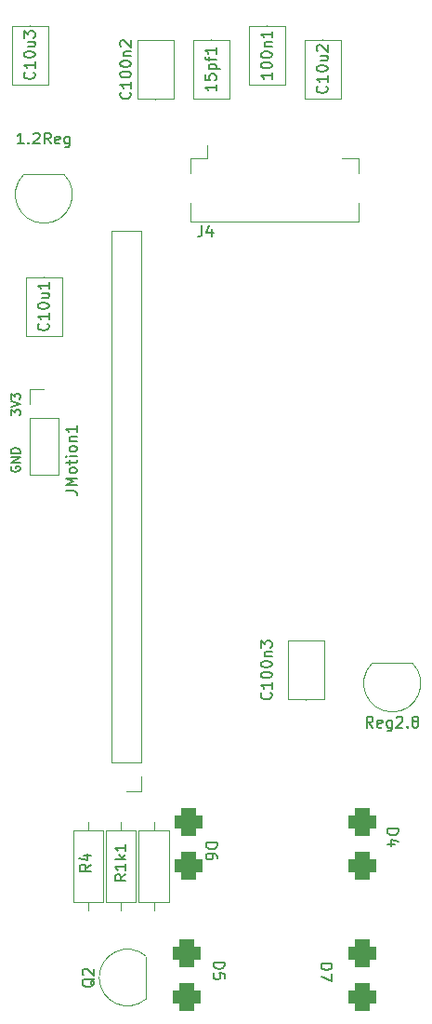
<source format=gto>
G04 #@! TF.GenerationSoftware,KiCad,Pcbnew,(6.0.7)*
G04 #@! TF.CreationDate,2022-11-05T23:49:30+01:00*
G04 #@! TF.ProjectId,vogelhuisje_camera_board,766f6765-6c68-4756-9973-6a655f63616d,rev?*
G04 #@! TF.SameCoordinates,Original*
G04 #@! TF.FileFunction,Legend,Top*
G04 #@! TF.FilePolarity,Positive*
%FSLAX46Y46*%
G04 Gerber Fmt 4.6, Leading zero omitted, Abs format (unit mm)*
G04 Created by KiCad (PCBNEW (6.0.7)) date 2022-11-05 23:49:30*
%MOMM*%
%LPD*%
G01*
G04 APERTURE LIST*
G04 Aperture macros list*
%AMRoundRect*
0 Rectangle with rounded corners*
0 $1 Rounding radius*
0 $2 $3 $4 $5 $6 $7 $8 $9 X,Y pos of 4 corners*
0 Add a 4 corners polygon primitive as box body*
4,1,4,$2,$3,$4,$5,$6,$7,$8,$9,$2,$3,0*
0 Add four circle primitives for the rounded corners*
1,1,$1+$1,$2,$3*
1,1,$1+$1,$4,$5*
1,1,$1+$1,$6,$7*
1,1,$1+$1,$8,$9*
0 Add four rect primitives between the rounded corners*
20,1,$1+$1,$2,$3,$4,$5,0*
20,1,$1+$1,$4,$5,$6,$7,0*
20,1,$1+$1,$6,$7,$8,$9,0*
20,1,$1+$1,$8,$9,$2,$3,0*%
G04 Aperture macros list end*
%ADD10C,0.152400*%
%ADD11C,0.150000*%
%ADD12C,0.120000*%
%ADD13C,1.600000*%
%ADD14O,1.600000X1.600000*%
%ADD15R,1.300000X1.300000*%
%ADD16C,1.300000*%
%ADD17R,1.700000X1.700000*%
%ADD18O,1.700000X1.700000*%
%ADD19RoundRect,0.625000X0.675000X0.625000X-0.675000X0.625000X-0.675000X-0.625000X0.675000X-0.625000X0*%
%ADD20R,1.500000X1.050000*%
%ADD21O,1.500000X1.050000*%
%ADD22R,1.800000X2.200000*%
%ADD23R,0.300000X1.300000*%
G04 APERTURE END LIST*
D10*
X91033600Y-99679276D02*
X90994895Y-99756685D01*
X90994895Y-99872800D01*
X91033600Y-99988914D01*
X91111009Y-100066323D01*
X91188419Y-100105028D01*
X91343238Y-100143733D01*
X91459352Y-100143733D01*
X91614171Y-100105028D01*
X91691580Y-100066323D01*
X91768990Y-99988914D01*
X91807695Y-99872800D01*
X91807695Y-99795390D01*
X91768990Y-99679276D01*
X91730285Y-99640571D01*
X91459352Y-99640571D01*
X91459352Y-99795390D01*
X91807695Y-99292228D02*
X90994895Y-99292228D01*
X91807695Y-98827771D01*
X90994895Y-98827771D01*
X91807695Y-98440723D02*
X90994895Y-98440723D01*
X90994895Y-98247200D01*
X91033600Y-98131085D01*
X91111009Y-98053676D01*
X91188419Y-98014971D01*
X91343238Y-97976266D01*
X91459352Y-97976266D01*
X91614171Y-98014971D01*
X91691580Y-98053676D01*
X91768990Y-98131085D01*
X91807695Y-98247200D01*
X91807695Y-98440723D01*
X90994895Y-94986323D02*
X90994895Y-94483161D01*
X91304533Y-94754095D01*
X91304533Y-94637980D01*
X91343238Y-94560571D01*
X91381942Y-94521866D01*
X91459352Y-94483161D01*
X91652876Y-94483161D01*
X91730285Y-94521866D01*
X91768990Y-94560571D01*
X91807695Y-94637980D01*
X91807695Y-94870209D01*
X91768990Y-94947619D01*
X91730285Y-94986323D01*
X90994895Y-94250933D02*
X91807695Y-93980000D01*
X90994895Y-93709066D01*
X90994895Y-93515542D02*
X90994895Y-93012380D01*
X91304533Y-93283314D01*
X91304533Y-93167200D01*
X91343238Y-93089790D01*
X91381942Y-93051085D01*
X91459352Y-93012380D01*
X91652876Y-93012380D01*
X91730285Y-93051085D01*
X91768990Y-93089790D01*
X91807695Y-93167200D01*
X91807695Y-93399428D01*
X91768990Y-93476838D01*
X91730285Y-93515542D01*
D11*
X114657142Y-120217619D02*
X114704761Y-120265238D01*
X114752380Y-120408095D01*
X114752380Y-120503333D01*
X114704761Y-120646190D01*
X114609523Y-120741428D01*
X114514285Y-120789047D01*
X114323809Y-120836666D01*
X114180952Y-120836666D01*
X113990476Y-120789047D01*
X113895238Y-120741428D01*
X113800000Y-120646190D01*
X113752380Y-120503333D01*
X113752380Y-120408095D01*
X113800000Y-120265238D01*
X113847619Y-120217619D01*
X114752380Y-119265238D02*
X114752380Y-119836666D01*
X114752380Y-119550952D02*
X113752380Y-119550952D01*
X113895238Y-119646190D01*
X113990476Y-119741428D01*
X114038095Y-119836666D01*
X113752380Y-118646190D02*
X113752380Y-118550952D01*
X113800000Y-118455714D01*
X113847619Y-118408095D01*
X113942857Y-118360476D01*
X114133333Y-118312857D01*
X114371428Y-118312857D01*
X114561904Y-118360476D01*
X114657142Y-118408095D01*
X114704761Y-118455714D01*
X114752380Y-118550952D01*
X114752380Y-118646190D01*
X114704761Y-118741428D01*
X114657142Y-118789047D01*
X114561904Y-118836666D01*
X114371428Y-118884285D01*
X114133333Y-118884285D01*
X113942857Y-118836666D01*
X113847619Y-118789047D01*
X113800000Y-118741428D01*
X113752380Y-118646190D01*
X113752380Y-117693809D02*
X113752380Y-117598571D01*
X113800000Y-117503333D01*
X113847619Y-117455714D01*
X113942857Y-117408095D01*
X114133333Y-117360476D01*
X114371428Y-117360476D01*
X114561904Y-117408095D01*
X114657142Y-117455714D01*
X114704761Y-117503333D01*
X114752380Y-117598571D01*
X114752380Y-117693809D01*
X114704761Y-117789047D01*
X114657142Y-117836666D01*
X114561904Y-117884285D01*
X114371428Y-117931904D01*
X114133333Y-117931904D01*
X113942857Y-117884285D01*
X113847619Y-117836666D01*
X113800000Y-117789047D01*
X113752380Y-117693809D01*
X114085714Y-116931904D02*
X114752380Y-116931904D01*
X114180952Y-116931904D02*
X114133333Y-116884285D01*
X114085714Y-116789047D01*
X114085714Y-116646190D01*
X114133333Y-116550952D01*
X114228571Y-116503333D01*
X114752380Y-116503333D01*
X113752380Y-116122380D02*
X113752380Y-115503333D01*
X114133333Y-115836666D01*
X114133333Y-115693809D01*
X114180952Y-115598571D01*
X114228571Y-115550952D01*
X114323809Y-115503333D01*
X114561904Y-115503333D01*
X114657142Y-115550952D01*
X114704761Y-115598571D01*
X114752380Y-115693809D01*
X114752380Y-115979523D01*
X114704761Y-116074761D01*
X114657142Y-116122380D01*
X101827142Y-65607619D02*
X101874761Y-65655238D01*
X101922380Y-65798095D01*
X101922380Y-65893333D01*
X101874761Y-66036190D01*
X101779523Y-66131428D01*
X101684285Y-66179047D01*
X101493809Y-66226666D01*
X101350952Y-66226666D01*
X101160476Y-66179047D01*
X101065238Y-66131428D01*
X100970000Y-66036190D01*
X100922380Y-65893333D01*
X100922380Y-65798095D01*
X100970000Y-65655238D01*
X101017619Y-65607619D01*
X101922380Y-64655238D02*
X101922380Y-65226666D01*
X101922380Y-64940952D02*
X100922380Y-64940952D01*
X101065238Y-65036190D01*
X101160476Y-65131428D01*
X101208095Y-65226666D01*
X100922380Y-64036190D02*
X100922380Y-63940952D01*
X100970000Y-63845714D01*
X101017619Y-63798095D01*
X101112857Y-63750476D01*
X101303333Y-63702857D01*
X101541428Y-63702857D01*
X101731904Y-63750476D01*
X101827142Y-63798095D01*
X101874761Y-63845714D01*
X101922380Y-63940952D01*
X101922380Y-64036190D01*
X101874761Y-64131428D01*
X101827142Y-64179047D01*
X101731904Y-64226666D01*
X101541428Y-64274285D01*
X101303333Y-64274285D01*
X101112857Y-64226666D01*
X101017619Y-64179047D01*
X100970000Y-64131428D01*
X100922380Y-64036190D01*
X100922380Y-63083809D02*
X100922380Y-62988571D01*
X100970000Y-62893333D01*
X101017619Y-62845714D01*
X101112857Y-62798095D01*
X101303333Y-62750476D01*
X101541428Y-62750476D01*
X101731904Y-62798095D01*
X101827142Y-62845714D01*
X101874761Y-62893333D01*
X101922380Y-62988571D01*
X101922380Y-63083809D01*
X101874761Y-63179047D01*
X101827142Y-63226666D01*
X101731904Y-63274285D01*
X101541428Y-63321904D01*
X101303333Y-63321904D01*
X101112857Y-63274285D01*
X101017619Y-63226666D01*
X100970000Y-63179047D01*
X100922380Y-63083809D01*
X101255714Y-62321904D02*
X101922380Y-62321904D01*
X101350952Y-62321904D02*
X101303333Y-62274285D01*
X101255714Y-62179047D01*
X101255714Y-62036190D01*
X101303333Y-61940952D01*
X101398571Y-61893333D01*
X101922380Y-61893333D01*
X101017619Y-61464761D02*
X100970000Y-61417142D01*
X100922380Y-61321904D01*
X100922380Y-61083809D01*
X100970000Y-60988571D01*
X101017619Y-60940952D01*
X101112857Y-60893333D01*
X101208095Y-60893333D01*
X101350952Y-60940952D01*
X101922380Y-61512380D01*
X101922380Y-60893333D01*
X93067142Y-63801428D02*
X93114761Y-63849047D01*
X93162380Y-63991904D01*
X93162380Y-64087142D01*
X93114761Y-64230000D01*
X93019523Y-64325238D01*
X92924285Y-64372857D01*
X92733809Y-64420476D01*
X92590952Y-64420476D01*
X92400476Y-64372857D01*
X92305238Y-64325238D01*
X92210000Y-64230000D01*
X92162380Y-64087142D01*
X92162380Y-63991904D01*
X92210000Y-63849047D01*
X92257619Y-63801428D01*
X93162380Y-62849047D02*
X93162380Y-63420476D01*
X93162380Y-63134761D02*
X92162380Y-63134761D01*
X92305238Y-63230000D01*
X92400476Y-63325238D01*
X92448095Y-63420476D01*
X92162380Y-62230000D02*
X92162380Y-62134761D01*
X92210000Y-62039523D01*
X92257619Y-61991904D01*
X92352857Y-61944285D01*
X92543333Y-61896666D01*
X92781428Y-61896666D01*
X92971904Y-61944285D01*
X93067142Y-61991904D01*
X93114761Y-62039523D01*
X93162380Y-62134761D01*
X93162380Y-62230000D01*
X93114761Y-62325238D01*
X93067142Y-62372857D01*
X92971904Y-62420476D01*
X92781428Y-62468095D01*
X92543333Y-62468095D01*
X92352857Y-62420476D01*
X92257619Y-62372857D01*
X92210000Y-62325238D01*
X92162380Y-62230000D01*
X92495714Y-61039523D02*
X93162380Y-61039523D01*
X92495714Y-61468095D02*
X93019523Y-61468095D01*
X93114761Y-61420476D01*
X93162380Y-61325238D01*
X93162380Y-61182380D01*
X93114761Y-61087142D01*
X93067142Y-61039523D01*
X92162380Y-60658571D02*
X92162380Y-60039523D01*
X92543333Y-60372857D01*
X92543333Y-60230000D01*
X92590952Y-60134761D01*
X92638571Y-60087142D01*
X92733809Y-60039523D01*
X92971904Y-60039523D01*
X93067142Y-60087142D01*
X93114761Y-60134761D01*
X93162380Y-60230000D01*
X93162380Y-60515714D01*
X93114761Y-60610952D01*
X93067142Y-60658571D01*
X119737142Y-65071428D02*
X119784761Y-65119047D01*
X119832380Y-65261904D01*
X119832380Y-65357142D01*
X119784761Y-65500000D01*
X119689523Y-65595238D01*
X119594285Y-65642857D01*
X119403809Y-65690476D01*
X119260952Y-65690476D01*
X119070476Y-65642857D01*
X118975238Y-65595238D01*
X118880000Y-65500000D01*
X118832380Y-65357142D01*
X118832380Y-65261904D01*
X118880000Y-65119047D01*
X118927619Y-65071428D01*
X119832380Y-64119047D02*
X119832380Y-64690476D01*
X119832380Y-64404761D02*
X118832380Y-64404761D01*
X118975238Y-64500000D01*
X119070476Y-64595238D01*
X119118095Y-64690476D01*
X118832380Y-63500000D02*
X118832380Y-63404761D01*
X118880000Y-63309523D01*
X118927619Y-63261904D01*
X119022857Y-63214285D01*
X119213333Y-63166666D01*
X119451428Y-63166666D01*
X119641904Y-63214285D01*
X119737142Y-63261904D01*
X119784761Y-63309523D01*
X119832380Y-63404761D01*
X119832380Y-63500000D01*
X119784761Y-63595238D01*
X119737142Y-63642857D01*
X119641904Y-63690476D01*
X119451428Y-63738095D01*
X119213333Y-63738095D01*
X119022857Y-63690476D01*
X118927619Y-63642857D01*
X118880000Y-63595238D01*
X118832380Y-63500000D01*
X119165714Y-62309523D02*
X119832380Y-62309523D01*
X119165714Y-62738095D02*
X119689523Y-62738095D01*
X119784761Y-62690476D01*
X119832380Y-62595238D01*
X119832380Y-62452380D01*
X119784761Y-62357142D01*
X119737142Y-62309523D01*
X118927619Y-61880952D02*
X118880000Y-61833333D01*
X118832380Y-61738095D01*
X118832380Y-61500000D01*
X118880000Y-61404761D01*
X118927619Y-61357142D01*
X119022857Y-61309523D01*
X119118095Y-61309523D01*
X119260952Y-61357142D01*
X119832380Y-61928571D01*
X119832380Y-61309523D01*
X94337142Y-86661428D02*
X94384761Y-86709047D01*
X94432380Y-86851904D01*
X94432380Y-86947142D01*
X94384761Y-87090000D01*
X94289523Y-87185238D01*
X94194285Y-87232857D01*
X94003809Y-87280476D01*
X93860952Y-87280476D01*
X93670476Y-87232857D01*
X93575238Y-87185238D01*
X93480000Y-87090000D01*
X93432380Y-86947142D01*
X93432380Y-86851904D01*
X93480000Y-86709047D01*
X93527619Y-86661428D01*
X94432380Y-85709047D02*
X94432380Y-86280476D01*
X94432380Y-85994761D02*
X93432380Y-85994761D01*
X93575238Y-86090000D01*
X93670476Y-86185238D01*
X93718095Y-86280476D01*
X93432380Y-85090000D02*
X93432380Y-84994761D01*
X93480000Y-84899523D01*
X93527619Y-84851904D01*
X93622857Y-84804285D01*
X93813333Y-84756666D01*
X94051428Y-84756666D01*
X94241904Y-84804285D01*
X94337142Y-84851904D01*
X94384761Y-84899523D01*
X94432380Y-84994761D01*
X94432380Y-85090000D01*
X94384761Y-85185238D01*
X94337142Y-85232857D01*
X94241904Y-85280476D01*
X94051428Y-85328095D01*
X93813333Y-85328095D01*
X93622857Y-85280476D01*
X93527619Y-85232857D01*
X93480000Y-85185238D01*
X93432380Y-85090000D01*
X93765714Y-83899523D02*
X94432380Y-83899523D01*
X93765714Y-84328095D02*
X94289523Y-84328095D01*
X94384761Y-84280476D01*
X94432380Y-84185238D01*
X94432380Y-84042380D01*
X94384761Y-83947142D01*
X94337142Y-83899523D01*
X94432380Y-82899523D02*
X94432380Y-83470952D01*
X94432380Y-83185238D02*
X93432380Y-83185238D01*
X93575238Y-83280476D01*
X93670476Y-83375714D01*
X93718095Y-83470952D01*
X114752380Y-63825238D02*
X114752380Y-64396666D01*
X114752380Y-64110952D02*
X113752380Y-64110952D01*
X113895238Y-64206190D01*
X113990476Y-64301428D01*
X114038095Y-64396666D01*
X113752380Y-63206190D02*
X113752380Y-63110952D01*
X113800000Y-63015714D01*
X113847619Y-62968095D01*
X113942857Y-62920476D01*
X114133333Y-62872857D01*
X114371428Y-62872857D01*
X114561904Y-62920476D01*
X114657142Y-62968095D01*
X114704761Y-63015714D01*
X114752380Y-63110952D01*
X114752380Y-63206190D01*
X114704761Y-63301428D01*
X114657142Y-63349047D01*
X114561904Y-63396666D01*
X114371428Y-63444285D01*
X114133333Y-63444285D01*
X113942857Y-63396666D01*
X113847619Y-63349047D01*
X113800000Y-63301428D01*
X113752380Y-63206190D01*
X113752380Y-62253809D02*
X113752380Y-62158571D01*
X113800000Y-62063333D01*
X113847619Y-62015714D01*
X113942857Y-61968095D01*
X114133333Y-61920476D01*
X114371428Y-61920476D01*
X114561904Y-61968095D01*
X114657142Y-62015714D01*
X114704761Y-62063333D01*
X114752380Y-62158571D01*
X114752380Y-62253809D01*
X114704761Y-62349047D01*
X114657142Y-62396666D01*
X114561904Y-62444285D01*
X114371428Y-62491904D01*
X114133333Y-62491904D01*
X113942857Y-62444285D01*
X113847619Y-62396666D01*
X113800000Y-62349047D01*
X113752380Y-62253809D01*
X114085714Y-61491904D02*
X114752380Y-61491904D01*
X114180952Y-61491904D02*
X114133333Y-61444285D01*
X114085714Y-61349047D01*
X114085714Y-61206190D01*
X114133333Y-61110952D01*
X114228571Y-61063333D01*
X114752380Y-61063333D01*
X114752380Y-60063333D02*
X114752380Y-60634761D01*
X114752380Y-60349047D02*
X113752380Y-60349047D01*
X113895238Y-60444285D01*
X113990476Y-60539523D01*
X114038095Y-60634761D01*
X109672380Y-64904761D02*
X109672380Y-65476190D01*
X109672380Y-65190476D02*
X108672380Y-65190476D01*
X108815238Y-65285714D01*
X108910476Y-65380952D01*
X108958095Y-65476190D01*
X108672380Y-64000000D02*
X108672380Y-64476190D01*
X109148571Y-64523809D01*
X109100952Y-64476190D01*
X109053333Y-64380952D01*
X109053333Y-64142857D01*
X109100952Y-64047619D01*
X109148571Y-64000000D01*
X109243809Y-63952380D01*
X109481904Y-63952380D01*
X109577142Y-64000000D01*
X109624761Y-64047619D01*
X109672380Y-64142857D01*
X109672380Y-64380952D01*
X109624761Y-64476190D01*
X109577142Y-64523809D01*
X109005714Y-63523809D02*
X110005714Y-63523809D01*
X109053333Y-63523809D02*
X109005714Y-63428571D01*
X109005714Y-63238095D01*
X109053333Y-63142857D01*
X109100952Y-63095238D01*
X109196190Y-63047619D01*
X109481904Y-63047619D01*
X109577142Y-63095238D01*
X109624761Y-63142857D01*
X109672380Y-63238095D01*
X109672380Y-63428571D01*
X109624761Y-63523809D01*
X109005714Y-62761904D02*
X109005714Y-62380952D01*
X109672380Y-62619047D02*
X108815238Y-62619047D01*
X108720000Y-62571428D01*
X108672380Y-62476190D01*
X108672380Y-62380952D01*
X109672380Y-61523809D02*
X109672380Y-62095238D01*
X109672380Y-61809523D02*
X108672380Y-61809523D01*
X108815238Y-61904761D01*
X108910476Y-62000000D01*
X108958095Y-62095238D01*
X123968095Y-123392380D02*
X123634761Y-122916190D01*
X123396666Y-123392380D02*
X123396666Y-122392380D01*
X123777619Y-122392380D01*
X123872857Y-122440000D01*
X123920476Y-122487619D01*
X123968095Y-122582857D01*
X123968095Y-122725714D01*
X123920476Y-122820952D01*
X123872857Y-122868571D01*
X123777619Y-122916190D01*
X123396666Y-122916190D01*
X124777619Y-123344761D02*
X124682380Y-123392380D01*
X124491904Y-123392380D01*
X124396666Y-123344761D01*
X124349047Y-123249523D01*
X124349047Y-122868571D01*
X124396666Y-122773333D01*
X124491904Y-122725714D01*
X124682380Y-122725714D01*
X124777619Y-122773333D01*
X124825238Y-122868571D01*
X124825238Y-122963809D01*
X124349047Y-123059047D01*
X125682380Y-122725714D02*
X125682380Y-123535238D01*
X125634761Y-123630476D01*
X125587142Y-123678095D01*
X125491904Y-123725714D01*
X125349047Y-123725714D01*
X125253809Y-123678095D01*
X125682380Y-123344761D02*
X125587142Y-123392380D01*
X125396666Y-123392380D01*
X125301428Y-123344761D01*
X125253809Y-123297142D01*
X125206190Y-123201904D01*
X125206190Y-122916190D01*
X125253809Y-122820952D01*
X125301428Y-122773333D01*
X125396666Y-122725714D01*
X125587142Y-122725714D01*
X125682380Y-122773333D01*
X126110952Y-122487619D02*
X126158571Y-122440000D01*
X126253809Y-122392380D01*
X126491904Y-122392380D01*
X126587142Y-122440000D01*
X126634761Y-122487619D01*
X126682380Y-122582857D01*
X126682380Y-122678095D01*
X126634761Y-122820952D01*
X126063333Y-123392380D01*
X126682380Y-123392380D01*
X127110952Y-123297142D02*
X127158571Y-123344761D01*
X127110952Y-123392380D01*
X127063333Y-123344761D01*
X127110952Y-123297142D01*
X127110952Y-123392380D01*
X127730000Y-122820952D02*
X127634761Y-122773333D01*
X127587142Y-122725714D01*
X127539523Y-122630476D01*
X127539523Y-122582857D01*
X127587142Y-122487619D01*
X127634761Y-122440000D01*
X127730000Y-122392380D01*
X127920476Y-122392380D01*
X128015714Y-122440000D01*
X128063333Y-122487619D01*
X128110952Y-122582857D01*
X128110952Y-122630476D01*
X128063333Y-122725714D01*
X128015714Y-122773333D01*
X127920476Y-122820952D01*
X127730000Y-122820952D01*
X127634761Y-122868571D01*
X127587142Y-122916190D01*
X127539523Y-123011428D01*
X127539523Y-123201904D01*
X127587142Y-123297142D01*
X127634761Y-123344761D01*
X127730000Y-123392380D01*
X127920476Y-123392380D01*
X128015714Y-123344761D01*
X128063333Y-123297142D01*
X128110952Y-123201904D01*
X128110952Y-123011428D01*
X128063333Y-122916190D01*
X128015714Y-122868571D01*
X127920476Y-122820952D01*
X92170476Y-70302380D02*
X91599047Y-70302380D01*
X91884761Y-70302380D02*
X91884761Y-69302380D01*
X91789523Y-69445238D01*
X91694285Y-69540476D01*
X91599047Y-69588095D01*
X92599047Y-70207142D02*
X92646666Y-70254761D01*
X92599047Y-70302380D01*
X92551428Y-70254761D01*
X92599047Y-70207142D01*
X92599047Y-70302380D01*
X93027619Y-69397619D02*
X93075238Y-69350000D01*
X93170476Y-69302380D01*
X93408571Y-69302380D01*
X93503809Y-69350000D01*
X93551428Y-69397619D01*
X93599047Y-69492857D01*
X93599047Y-69588095D01*
X93551428Y-69730952D01*
X92980000Y-70302380D01*
X93599047Y-70302380D01*
X94599047Y-70302380D02*
X94265714Y-69826190D01*
X94027619Y-70302380D02*
X94027619Y-69302380D01*
X94408571Y-69302380D01*
X94503809Y-69350000D01*
X94551428Y-69397619D01*
X94599047Y-69492857D01*
X94599047Y-69635714D01*
X94551428Y-69730952D01*
X94503809Y-69778571D01*
X94408571Y-69826190D01*
X94027619Y-69826190D01*
X95408571Y-70254761D02*
X95313333Y-70302380D01*
X95122857Y-70302380D01*
X95027619Y-70254761D01*
X94980000Y-70159523D01*
X94980000Y-69778571D01*
X95027619Y-69683333D01*
X95122857Y-69635714D01*
X95313333Y-69635714D01*
X95408571Y-69683333D01*
X95456190Y-69778571D01*
X95456190Y-69873809D01*
X94980000Y-69969047D01*
X96313333Y-69635714D02*
X96313333Y-70445238D01*
X96265714Y-70540476D01*
X96218095Y-70588095D01*
X96122857Y-70635714D01*
X95980000Y-70635714D01*
X95884761Y-70588095D01*
X96313333Y-70254761D02*
X96218095Y-70302380D01*
X96027619Y-70302380D01*
X95932380Y-70254761D01*
X95884761Y-70207142D01*
X95837142Y-70111904D01*
X95837142Y-69826190D01*
X95884761Y-69730952D01*
X95932380Y-69683333D01*
X96027619Y-69635714D01*
X96218095Y-69635714D01*
X96313333Y-69683333D01*
X95972380Y-101845714D02*
X96686666Y-101845714D01*
X96829523Y-101893333D01*
X96924761Y-101988571D01*
X96972380Y-102131428D01*
X96972380Y-102226666D01*
X96972380Y-101369523D02*
X95972380Y-101369523D01*
X96686666Y-101036190D01*
X95972380Y-100702857D01*
X96972380Y-100702857D01*
X96972380Y-100083809D02*
X96924761Y-100179047D01*
X96877142Y-100226666D01*
X96781904Y-100274285D01*
X96496190Y-100274285D01*
X96400952Y-100226666D01*
X96353333Y-100179047D01*
X96305714Y-100083809D01*
X96305714Y-99940952D01*
X96353333Y-99845714D01*
X96400952Y-99798095D01*
X96496190Y-99750476D01*
X96781904Y-99750476D01*
X96877142Y-99798095D01*
X96924761Y-99845714D01*
X96972380Y-99940952D01*
X96972380Y-100083809D01*
X96305714Y-99464761D02*
X96305714Y-99083809D01*
X95972380Y-99321904D02*
X96829523Y-99321904D01*
X96924761Y-99274285D01*
X96972380Y-99179047D01*
X96972380Y-99083809D01*
X96972380Y-98750476D02*
X96305714Y-98750476D01*
X95972380Y-98750476D02*
X96020000Y-98798095D01*
X96067619Y-98750476D01*
X96020000Y-98702857D01*
X95972380Y-98750476D01*
X96067619Y-98750476D01*
X96972380Y-98131428D02*
X96924761Y-98226666D01*
X96877142Y-98274285D01*
X96781904Y-98321904D01*
X96496190Y-98321904D01*
X96400952Y-98274285D01*
X96353333Y-98226666D01*
X96305714Y-98131428D01*
X96305714Y-97988571D01*
X96353333Y-97893333D01*
X96400952Y-97845714D01*
X96496190Y-97798095D01*
X96781904Y-97798095D01*
X96877142Y-97845714D01*
X96924761Y-97893333D01*
X96972380Y-97988571D01*
X96972380Y-98131428D01*
X96305714Y-97369523D02*
X96972380Y-97369523D01*
X96400952Y-97369523D02*
X96353333Y-97321904D01*
X96305714Y-97226666D01*
X96305714Y-97083809D01*
X96353333Y-96988571D01*
X96448571Y-96940952D01*
X96972380Y-96940952D01*
X96972380Y-95940952D02*
X96972380Y-96512380D01*
X96972380Y-96226666D02*
X95972380Y-96226666D01*
X96115238Y-96321904D01*
X96210476Y-96417142D01*
X96258095Y-96512380D01*
X119247619Y-144861904D02*
X120247619Y-144861904D01*
X120247619Y-145100000D01*
X120200000Y-145242857D01*
X120104761Y-145338095D01*
X120009523Y-145385714D01*
X119819047Y-145433333D01*
X119676190Y-145433333D01*
X119485714Y-145385714D01*
X119390476Y-145338095D01*
X119295238Y-145242857D01*
X119247619Y-145100000D01*
X119247619Y-144861904D01*
X120247619Y-145766666D02*
X120247619Y-146433333D01*
X119247619Y-146004761D01*
X98587619Y-146225238D02*
X98540000Y-146320476D01*
X98444761Y-146415714D01*
X98301904Y-146558571D01*
X98254285Y-146653809D01*
X98254285Y-146749047D01*
X98492380Y-146701428D02*
X98444761Y-146796666D01*
X98349523Y-146891904D01*
X98159047Y-146939523D01*
X97825714Y-146939523D01*
X97635238Y-146891904D01*
X97540000Y-146796666D01*
X97492380Y-146701428D01*
X97492380Y-146510952D01*
X97540000Y-146415714D01*
X97635238Y-146320476D01*
X97825714Y-146272857D01*
X98159047Y-146272857D01*
X98349523Y-146320476D01*
X98444761Y-146415714D01*
X98492380Y-146510952D01*
X98492380Y-146701428D01*
X97587619Y-145891904D02*
X97540000Y-145844285D01*
X97492380Y-145749047D01*
X97492380Y-145510952D01*
X97540000Y-145415714D01*
X97587619Y-145368095D01*
X97682857Y-145320476D01*
X97778095Y-145320476D01*
X97920952Y-145368095D01*
X98492380Y-145939523D01*
X98492380Y-145320476D01*
X101452380Y-136747619D02*
X100976190Y-137080952D01*
X101452380Y-137319047D02*
X100452380Y-137319047D01*
X100452380Y-136938095D01*
X100500000Y-136842857D01*
X100547619Y-136795238D01*
X100642857Y-136747619D01*
X100785714Y-136747619D01*
X100880952Y-136795238D01*
X100928571Y-136842857D01*
X100976190Y-136938095D01*
X100976190Y-137319047D01*
X101452380Y-135795238D02*
X101452380Y-136366666D01*
X101452380Y-136080952D02*
X100452380Y-136080952D01*
X100595238Y-136176190D01*
X100690476Y-136271428D01*
X100738095Y-136366666D01*
X101452380Y-135366666D02*
X100452380Y-135366666D01*
X101071428Y-135271428D02*
X101452380Y-134985714D01*
X100785714Y-134985714D02*
X101166666Y-135366666D01*
X101452380Y-134033333D02*
X101452380Y-134604761D01*
X101452380Y-134319047D02*
X100452380Y-134319047D01*
X100595238Y-134414285D01*
X100690476Y-134509523D01*
X100738095Y-134604761D01*
X108767619Y-133881904D02*
X109767619Y-133881904D01*
X109767619Y-134120000D01*
X109720000Y-134262857D01*
X109624761Y-134358095D01*
X109529523Y-134405714D01*
X109339047Y-134453333D01*
X109196190Y-134453333D01*
X109005714Y-134405714D01*
X108910476Y-134358095D01*
X108815238Y-134262857D01*
X108767619Y-134120000D01*
X108767619Y-133881904D01*
X109767619Y-135310476D02*
X109767619Y-135120000D01*
X109720000Y-135024761D01*
X109672380Y-134977142D01*
X109529523Y-134881904D01*
X109339047Y-134834285D01*
X108958095Y-134834285D01*
X108862857Y-134881904D01*
X108815238Y-134929523D01*
X108767619Y-135024761D01*
X108767619Y-135215238D01*
X108815238Y-135310476D01*
X108862857Y-135358095D01*
X108958095Y-135405714D01*
X109196190Y-135405714D01*
X109291428Y-135358095D01*
X109339047Y-135310476D01*
X109386666Y-135215238D01*
X109386666Y-135024761D01*
X109339047Y-134929523D01*
X109291428Y-134881904D01*
X109196190Y-134834285D01*
X108366666Y-77752380D02*
X108366666Y-78466666D01*
X108319047Y-78609523D01*
X108223809Y-78704761D01*
X108080952Y-78752380D01*
X107985714Y-78752380D01*
X109271428Y-78085714D02*
X109271428Y-78752380D01*
X109033333Y-77704761D02*
X108795238Y-78419047D01*
X109414285Y-78419047D01*
X98252380Y-135866666D02*
X97776190Y-136200000D01*
X98252380Y-136438095D02*
X97252380Y-136438095D01*
X97252380Y-136057142D01*
X97300000Y-135961904D01*
X97347619Y-135914285D01*
X97442857Y-135866666D01*
X97585714Y-135866666D01*
X97680952Y-135914285D01*
X97728571Y-135961904D01*
X97776190Y-136057142D01*
X97776190Y-136438095D01*
X97585714Y-135009523D02*
X98252380Y-135009523D01*
X97204761Y-135247619D02*
X97919047Y-135485714D01*
X97919047Y-134866666D01*
X125277619Y-132611904D02*
X126277619Y-132611904D01*
X126277619Y-132850000D01*
X126230000Y-132992857D01*
X126134761Y-133088095D01*
X126039523Y-133135714D01*
X125849047Y-133183333D01*
X125706190Y-133183333D01*
X125515714Y-133135714D01*
X125420476Y-133088095D01*
X125325238Y-132992857D01*
X125277619Y-132850000D01*
X125277619Y-132611904D01*
X125944285Y-134040476D02*
X125277619Y-134040476D01*
X126325238Y-133802380D02*
X125610952Y-133564285D01*
X125610952Y-134183333D01*
X109447619Y-144761904D02*
X110447619Y-144761904D01*
X110447619Y-145000000D01*
X110400000Y-145142857D01*
X110304761Y-145238095D01*
X110209523Y-145285714D01*
X110019047Y-145333333D01*
X109876190Y-145333333D01*
X109685714Y-145285714D01*
X109590476Y-145238095D01*
X109495238Y-145142857D01*
X109447619Y-145000000D01*
X109447619Y-144761904D01*
X110447619Y-146238095D02*
X110447619Y-145761904D01*
X109971428Y-145714285D01*
X110019047Y-145761904D01*
X110066666Y-145857142D01*
X110066666Y-146095238D01*
X110019047Y-146190476D01*
X109971428Y-146238095D01*
X109876190Y-146285714D01*
X109638095Y-146285714D01*
X109542857Y-146238095D01*
X109495238Y-146190476D01*
X109447619Y-146095238D01*
X109447619Y-145857142D01*
X109495238Y-145761904D01*
X109542857Y-145714285D01*
D12*
X117867500Y-120880000D02*
X117867500Y-120840000D01*
X116197500Y-115500000D02*
X116197500Y-120840000D01*
X116197500Y-120840000D02*
X119537500Y-120840000D01*
X117867500Y-115460000D02*
X117867500Y-115500000D01*
X119537500Y-120840000D02*
X119537500Y-115500000D01*
X119537500Y-115500000D02*
X116197500Y-115500000D01*
X104140000Y-60850000D02*
X104140000Y-60890000D01*
X105810000Y-66230000D02*
X105810000Y-60890000D01*
X105810000Y-60890000D02*
X102470000Y-60890000D01*
X104140000Y-66270000D02*
X104140000Y-66230000D01*
X102470000Y-60890000D02*
X102470000Y-66230000D01*
X102470000Y-66230000D02*
X105810000Y-66230000D01*
X92710000Y-64940000D02*
X92710000Y-64900000D01*
X91040000Y-59560000D02*
X91040000Y-64900000D01*
X91040000Y-64900000D02*
X94380000Y-64900000D01*
X92710000Y-59520000D02*
X92710000Y-59560000D01*
X94380000Y-64900000D02*
X94380000Y-59560000D01*
X94380000Y-59560000D02*
X91040000Y-59560000D01*
X119380000Y-60790000D02*
X119380000Y-60830000D01*
X121050000Y-66170000D02*
X121050000Y-60830000D01*
X121050000Y-60830000D02*
X117710000Y-60830000D01*
X119380000Y-66210000D02*
X119380000Y-66170000D01*
X117710000Y-60830000D02*
X117710000Y-66170000D01*
X117710000Y-66170000D02*
X121050000Y-66170000D01*
X93980000Y-87800000D02*
X93980000Y-87760000D01*
X92310000Y-82420000D02*
X92310000Y-87760000D01*
X92310000Y-87760000D02*
X95650000Y-87760000D01*
X93980000Y-82380000D02*
X93980000Y-82420000D01*
X95650000Y-87760000D02*
X95650000Y-82420000D01*
X95650000Y-82420000D02*
X92310000Y-82420000D01*
X114300000Y-64940000D02*
X114300000Y-64900000D01*
X112630000Y-59560000D02*
X112630000Y-64900000D01*
X112630000Y-64900000D02*
X115970000Y-64900000D01*
X114300000Y-59520000D02*
X114300000Y-59560000D01*
X115970000Y-64900000D02*
X115970000Y-59560000D01*
X115970000Y-59560000D02*
X112630000Y-59560000D01*
X109220000Y-66210000D02*
X109220000Y-66170000D01*
X107550000Y-60830000D02*
X107550000Y-66170000D01*
X107550000Y-66170000D02*
X110890000Y-66170000D01*
X109220000Y-60790000D02*
X109220000Y-60830000D01*
X110890000Y-66170000D02*
X110890000Y-60830000D01*
X110890000Y-60830000D02*
X107550000Y-60830000D01*
X127530000Y-117530000D02*
X123930000Y-117530000D01*
X123891522Y-117541522D02*
G75*
G03*
X125730000Y-121980000I1838478J-1838478D01*
G01*
X125730000Y-121980001D02*
G75*
G03*
X127568478Y-117541522I0J2600001D01*
G01*
X95780000Y-73080000D02*
X92180000Y-73080000D01*
X92141522Y-73091522D02*
G75*
G03*
X93980000Y-77530000I1838478J-1838478D01*
G01*
X93980000Y-77530001D02*
G75*
G03*
X95818478Y-73091522I0J2600001D01*
G01*
X92650000Y-100390000D02*
X95310000Y-100390000D01*
X92650000Y-95250000D02*
X92650000Y-100390000D01*
X92650000Y-93980000D02*
X92650000Y-92650000D01*
X95310000Y-95250000D02*
X95310000Y-100390000D01*
X92650000Y-92650000D02*
X93980000Y-92650000D01*
X92650000Y-95250000D02*
X95310000Y-95250000D01*
X102830000Y-127850000D02*
X102830000Y-129180000D01*
X100170000Y-126580000D02*
X100170000Y-78260000D01*
X102830000Y-78260000D02*
X100170000Y-78260000D01*
X102830000Y-126580000D02*
X102830000Y-78260000D01*
X102830000Y-129180000D02*
X101500000Y-129180000D01*
X102830000Y-126580000D02*
X100170000Y-126580000D01*
X103300000Y-148070000D02*
X103300000Y-144220000D01*
X103290122Y-144181389D02*
G75*
G03*
X103300000Y-148070000I-1690122J-1948611D01*
G01*
X101000000Y-131960000D02*
X101000000Y-132730000D01*
X99630000Y-132730000D02*
X99630000Y-139270000D01*
X102370000Y-139270000D02*
X102370000Y-132730000D01*
X99630000Y-139270000D02*
X102370000Y-139270000D01*
X102370000Y-132730000D02*
X99630000Y-132730000D01*
X101000000Y-140040000D02*
X101000000Y-139270000D01*
X105370000Y-139270000D02*
X105370000Y-132730000D01*
X104000000Y-131960000D02*
X104000000Y-132730000D01*
X102630000Y-132730000D02*
X102630000Y-139270000D01*
X104000000Y-140040000D02*
X104000000Y-139270000D01*
X102630000Y-139270000D02*
X105370000Y-139270000D01*
X105370000Y-132730000D02*
X102630000Y-132730000D01*
X107350000Y-77400000D02*
X122650000Y-77400000D01*
X107350000Y-75660000D02*
X107350000Y-77400000D01*
X121160000Y-71600000D02*
X122650000Y-71600000D01*
X108840000Y-71600000D02*
X107350000Y-71600000D01*
X122650000Y-77400000D02*
X122650000Y-75660000D01*
X108840000Y-71600000D02*
X108840000Y-70400000D01*
X122650000Y-71600000D02*
X122650000Y-72940000D01*
X107350000Y-71600000D02*
X107350000Y-72940000D01*
X96630000Y-139270000D02*
X99370000Y-139270000D01*
X99370000Y-139270000D02*
X99370000Y-132730000D01*
X98000000Y-140040000D02*
X98000000Y-139270000D01*
X99370000Y-132730000D02*
X96630000Y-132730000D01*
X96630000Y-132730000D02*
X96630000Y-139270000D01*
X98000000Y-131960000D02*
X98000000Y-132730000D01*
%LPC*%
D13*
X117867500Y-114420000D03*
D14*
X117867500Y-121920000D03*
D13*
X104140000Y-67310000D03*
D14*
X104140000Y-59810000D03*
D13*
X92710000Y-58480000D03*
D14*
X92710000Y-65980000D03*
D13*
X119380000Y-67250000D03*
D14*
X119380000Y-59750000D03*
D13*
X93980000Y-81340000D03*
D14*
X93980000Y-88840000D03*
D13*
X114300000Y-58480000D03*
D14*
X114300000Y-65980000D03*
D13*
X109220000Y-59750000D03*
D14*
X109220000Y-67250000D03*
D15*
X127000000Y-119380000D03*
D16*
X125730000Y-120650000D03*
X124460000Y-119380000D03*
D15*
X95250000Y-74930000D03*
D16*
X93980000Y-76200000D03*
X92710000Y-74930000D03*
D17*
X93980000Y-93980000D03*
D18*
X93980000Y-96520000D03*
X93980000Y-99060000D03*
D17*
X101500000Y-127850000D03*
D18*
X101500000Y-125310000D03*
X101500000Y-122770000D03*
X101500000Y-120230000D03*
X101500000Y-117690000D03*
X101500000Y-115150000D03*
X101500000Y-112610000D03*
X101500000Y-110070000D03*
X101500000Y-107530000D03*
X101500000Y-104990000D03*
X101500000Y-102450000D03*
X101500000Y-99910000D03*
X101500000Y-97370000D03*
X101500000Y-94830000D03*
X101500000Y-92290000D03*
X101500000Y-89750000D03*
X101500000Y-87210000D03*
X101500000Y-84670000D03*
X101500000Y-82130000D03*
X101500000Y-79590000D03*
D19*
X123000000Y-147900000D03*
X123000000Y-143900000D03*
D20*
X101600000Y-147320000D03*
D21*
X101600000Y-146050000D03*
X101600000Y-144780000D03*
D13*
X101000000Y-141080000D03*
D14*
X101000000Y-130920000D03*
D13*
X104000000Y-130920000D03*
D14*
X104000000Y-141080000D03*
D19*
X107200000Y-136000000D03*
X107200000Y-132000000D03*
D22*
X122650000Y-74300000D03*
X107350000Y-74300000D03*
D23*
X120750000Y-71050000D03*
X120250000Y-71050000D03*
X119750000Y-71050000D03*
X119250000Y-71050000D03*
X118750000Y-71050000D03*
X118250000Y-71050000D03*
X117750000Y-71050000D03*
X117250000Y-71050000D03*
X116750000Y-71050000D03*
X116250000Y-71050000D03*
X115750000Y-71050000D03*
X115250000Y-71050000D03*
X114750000Y-71050000D03*
X114250000Y-71050000D03*
X113750000Y-71050000D03*
X113250000Y-71050000D03*
X112750000Y-71050000D03*
X112250000Y-71050000D03*
X111750000Y-71050000D03*
X111250000Y-71050000D03*
X110750000Y-71050000D03*
X110250000Y-71050000D03*
X109750000Y-71050000D03*
X109250000Y-71050000D03*
D13*
X98000000Y-130920000D03*
D14*
X98000000Y-141080000D03*
D19*
X123000000Y-136000000D03*
X123000000Y-132000000D03*
X107000000Y-147900000D03*
X107000000Y-143900000D03*
M02*

</source>
